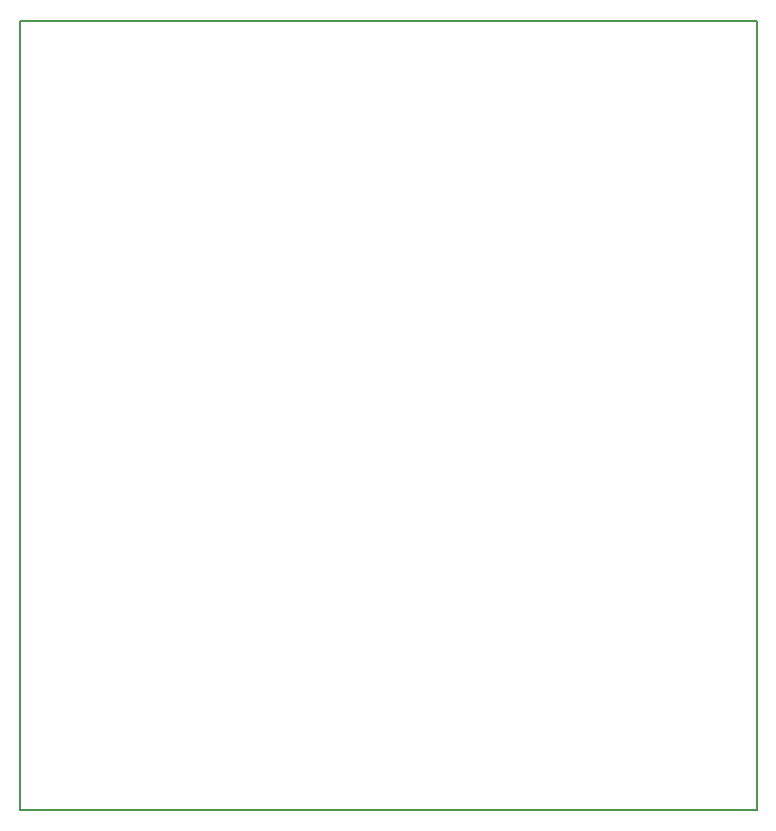
<source format=gbr>
G04 PROTEUS GERBER X2 FILE*
%TF.GenerationSoftware,Labcenter,Proteus,8.13-SP0-Build31525*%
%TF.CreationDate,2023-08-07T13:29:03+00:00*%
%TF.FileFunction,NonPlated,1,2,NPTH*%
%TF.FilePolarity,Positive*%
%TF.Part,Single*%
%TF.SameCoordinates,{815acf48-57e3-43f1-9c13-7170ba62ded0}*%
%FSLAX45Y45*%
%MOMM*%
G01*
%TA.AperFunction,Profile*%
%ADD14C,0.203200*%
%TD.AperFunction*%
D14*
X+230000Y+120000D02*
X+6470000Y+120000D01*
X+6470000Y+6800000D01*
X+230000Y+6800000D01*
X+230000Y+120000D01*
M02*

</source>
